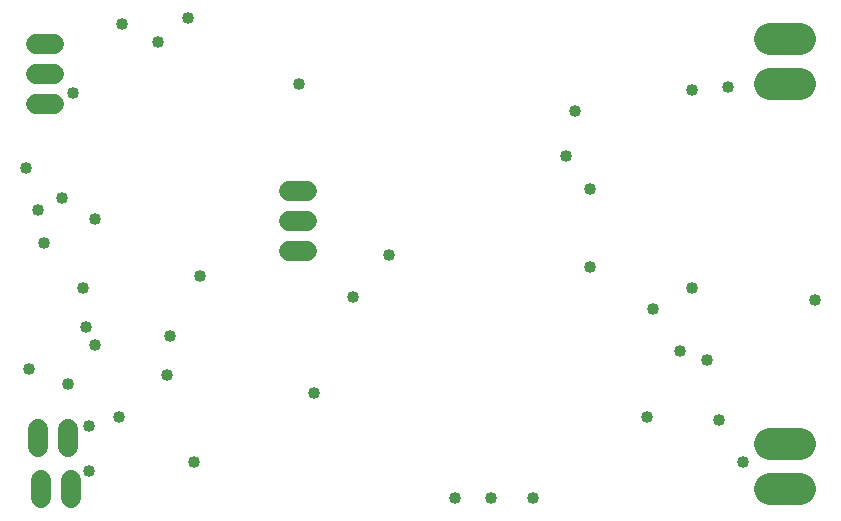
<source format=gbr>
G04 EAGLE Gerber RS-274X export*
G75*
%MOMM*%
%FSLAX34Y34*%
%LPD*%
%INSoldermask Bottom*%
%IPPOS*%
%AMOC8*
5,1,8,0,0,1.08239X$1,22.5*%
G01*
%ADD10C,1.727200*%
%ADD11C,2.743200*%
%ADD12C,1.016000*%


D10*
X41520Y351400D02*
X26280Y351400D01*
X26280Y376800D02*
X41520Y376800D01*
X41520Y402200D02*
X26280Y402200D01*
X240180Y227400D02*
X255420Y227400D01*
X255420Y252800D02*
X240180Y252800D01*
X240180Y278200D02*
X255420Y278200D01*
D11*
X647700Y368300D02*
X673100Y368300D01*
X673100Y406400D02*
X647700Y406400D01*
X647700Y63500D02*
X673100Y63500D01*
X673100Y25400D02*
X647700Y25400D01*
D10*
X55800Y33020D02*
X55800Y17780D01*
X30400Y17780D02*
X30400Y33020D01*
X27860Y61120D02*
X27860Y76360D01*
X53260Y76360D02*
X53260Y61120D01*
D12*
X604520Y83820D03*
X624840Y48260D03*
X261620Y106680D03*
X482600Y345440D03*
X17780Y297180D03*
X20320Y127000D03*
X447040Y17780D03*
X411480Y17780D03*
X381000Y17780D03*
X612140Y365760D03*
X548640Y177800D03*
X594360Y134620D03*
X581660Y363220D03*
X154940Y424180D03*
X99060Y419100D03*
X160020Y48260D03*
X53340Y114300D03*
X96520Y86360D03*
X474980Y307340D03*
X76200Y147320D03*
X137160Y121920D03*
X27940Y261620D03*
X71120Y78740D03*
X71120Y40640D03*
X48260Y271780D03*
X139700Y155194D03*
X57749Y360680D03*
X129540Y403860D03*
X294640Y187960D03*
X66040Y195580D03*
X165100Y205994D03*
X68580Y163068D03*
X495300Y279400D03*
X248920Y368300D03*
X76200Y254000D03*
X33020Y233680D03*
X581660Y195580D03*
X685776Y185420D03*
X571500Y142240D03*
X543560Y86360D03*
X495300Y213360D03*
X325120Y223520D03*
M02*

</source>
